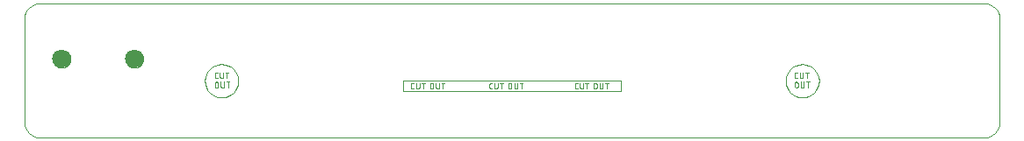
<source format=gbs>
G04 EAGLE Gerber RS-274X export*
G75*
%MOMM*%
%FSLAX34Y34*%
%LPD*%
%INSolder Mask bottom*%
%IPPOS*%
%AMOC8*
5,1,8,0,0,1.08239X$1,22.5*%
G01*
%ADD10C,0.001000*%
%ADD11C,0.050800*%
%ADD12C,0.000000*%
%ADD13C,1.801600*%


D10*
X23631Y143928D02*
X933481Y143928D01*
X936509Y143620D01*
X939335Y142739D01*
X941895Y141345D01*
X944128Y139500D01*
X945973Y137267D01*
X947367Y134707D01*
X948248Y131881D01*
X948556Y128853D01*
X948556Y29003D01*
X948248Y25975D01*
X947367Y23149D01*
X945973Y20589D01*
X944128Y18356D01*
X941895Y16511D01*
X939335Y15117D01*
X936509Y14236D01*
X933481Y13928D01*
X23631Y13928D01*
X20603Y14236D01*
X17777Y15117D01*
X15217Y16511D01*
X12984Y18356D01*
X11139Y20589D01*
X9745Y23149D01*
X8864Y25975D01*
X8556Y29003D01*
X8556Y128853D01*
X8864Y131881D01*
X9745Y134707D01*
X11139Y137267D01*
X12984Y139500D01*
X15217Y141345D01*
X17777Y142739D01*
X20603Y143620D01*
X23631Y143928D01*
X758556Y84978D02*
X761791Y84652D01*
X764803Y83717D01*
X767530Y82237D01*
X769905Y80277D01*
X771865Y77902D01*
X773345Y75175D01*
X774280Y72163D01*
X774606Y68928D01*
X774280Y65693D01*
X773345Y62681D01*
X771865Y59954D01*
X769905Y57579D01*
X767530Y55619D01*
X764803Y54139D01*
X761791Y53204D01*
X758556Y52878D01*
X755321Y53204D01*
X752309Y54139D01*
X749582Y55619D01*
X747207Y57579D01*
X745247Y59954D01*
X743767Y62681D01*
X742832Y65693D01*
X742506Y68928D01*
X742832Y72163D01*
X743767Y75175D01*
X745247Y77902D01*
X747207Y80277D01*
X749582Y82237D01*
X752309Y83717D01*
X755321Y84652D01*
X758556Y84978D01*
X201791Y84652D02*
X198556Y84978D01*
X201791Y84652D02*
X204803Y83717D01*
X207530Y82237D01*
X209905Y80277D01*
X211865Y77902D01*
X213345Y75175D01*
X214280Y72163D01*
X214606Y68928D01*
X214280Y65693D01*
X213345Y62681D01*
X211865Y59954D01*
X209905Y57579D01*
X207530Y55619D01*
X204803Y54139D01*
X201791Y53204D01*
X198556Y52878D01*
X195321Y53204D01*
X192309Y54139D01*
X189582Y55619D01*
X187207Y57579D01*
X185247Y59954D01*
X183767Y62681D01*
X182832Y65693D01*
X182506Y68928D01*
X182832Y72163D01*
X183767Y75175D01*
X185247Y77902D01*
X187207Y80277D01*
X189582Y82237D01*
X192309Y83717D01*
X195321Y84652D01*
X198556Y84978D01*
X373556Y58928D02*
X583556Y58928D01*
X583556Y68928D01*
X373556Y68928D01*
X373556Y58928D01*
X755425Y84670D02*
X758556Y84978D01*
X755425Y84670D02*
X752414Y83756D01*
X749639Y82273D01*
X747207Y80277D01*
X745211Y77845D01*
X743728Y75070D01*
X742814Y72059D01*
X742506Y68928D01*
X742814Y65797D01*
X743728Y62786D01*
X745211Y60011D01*
X747207Y57579D01*
X749639Y55583D01*
X752414Y54100D01*
X755425Y53186D01*
X758556Y52878D01*
X761687Y53186D01*
X764698Y54100D01*
X767473Y55583D01*
X769905Y57579D01*
X771901Y60011D01*
X773384Y62786D01*
X774298Y65797D01*
X774606Y68928D01*
X774298Y72059D01*
X773384Y75070D01*
X771901Y77845D01*
X769905Y80277D01*
X767473Y82273D01*
X764698Y83756D01*
X761687Y84670D01*
X758556Y84978D01*
X198556Y84978D02*
X195425Y84670D01*
X192414Y83756D01*
X189639Y82273D01*
X187207Y80277D01*
X185211Y77845D01*
X183728Y75070D01*
X182814Y72059D01*
X182506Y68928D01*
X182814Y65797D01*
X183728Y62786D01*
X185211Y60011D01*
X187207Y57579D01*
X189639Y55583D01*
X192414Y54100D01*
X195425Y53186D01*
X198556Y52878D01*
X201687Y53186D01*
X204698Y54100D01*
X207473Y55583D01*
X209905Y57579D01*
X211901Y60011D01*
X213384Y62786D01*
X214298Y65797D01*
X214606Y68928D01*
X214298Y72059D01*
X213384Y75070D01*
X211901Y77845D01*
X209905Y80277D01*
X207473Y82273D01*
X204698Y83756D01*
X201687Y84670D01*
X198556Y84978D01*
D11*
X194738Y71398D02*
X193496Y71398D01*
X193426Y71400D01*
X193357Y71406D01*
X193288Y71416D01*
X193220Y71429D01*
X193152Y71447D01*
X193086Y71468D01*
X193021Y71493D01*
X192957Y71521D01*
X192895Y71553D01*
X192835Y71588D01*
X192777Y71627D01*
X192722Y71669D01*
X192668Y71714D01*
X192618Y71762D01*
X192570Y71812D01*
X192525Y71866D01*
X192483Y71921D01*
X192444Y71979D01*
X192409Y72039D01*
X192377Y72101D01*
X192349Y72165D01*
X192324Y72230D01*
X192303Y72296D01*
X192285Y72364D01*
X192272Y72432D01*
X192262Y72501D01*
X192256Y72570D01*
X192254Y72640D01*
X192254Y75744D01*
X192256Y75814D01*
X192262Y75883D01*
X192272Y75952D01*
X192285Y76020D01*
X192303Y76088D01*
X192324Y76154D01*
X192349Y76219D01*
X192377Y76283D01*
X192409Y76345D01*
X192444Y76405D01*
X192483Y76463D01*
X192525Y76518D01*
X192570Y76572D01*
X192618Y76622D01*
X192668Y76670D01*
X192722Y76715D01*
X192777Y76757D01*
X192835Y76796D01*
X192895Y76831D01*
X192957Y76863D01*
X193021Y76891D01*
X193086Y76916D01*
X193152Y76937D01*
X193220Y76955D01*
X193288Y76968D01*
X193357Y76978D01*
X193426Y76984D01*
X193496Y76986D01*
X194738Y76986D01*
X197025Y76986D02*
X197025Y72950D01*
X197027Y72873D01*
X197033Y72795D01*
X197042Y72719D01*
X197056Y72642D01*
X197073Y72567D01*
X197094Y72493D01*
X197119Y72419D01*
X197147Y72347D01*
X197179Y72277D01*
X197214Y72208D01*
X197253Y72141D01*
X197295Y72076D01*
X197340Y72013D01*
X197388Y71952D01*
X197439Y71894D01*
X197493Y71839D01*
X197550Y71786D01*
X197609Y71737D01*
X197671Y71690D01*
X197735Y71646D01*
X197801Y71606D01*
X197869Y71569D01*
X197939Y71535D01*
X198010Y71505D01*
X198083Y71479D01*
X198157Y71456D01*
X198232Y71437D01*
X198307Y71422D01*
X198384Y71410D01*
X198461Y71402D01*
X198538Y71398D01*
X198616Y71398D01*
X198693Y71402D01*
X198770Y71410D01*
X198847Y71422D01*
X198922Y71437D01*
X198997Y71456D01*
X199071Y71479D01*
X199144Y71505D01*
X199215Y71535D01*
X199285Y71569D01*
X199353Y71606D01*
X199419Y71646D01*
X199483Y71690D01*
X199545Y71737D01*
X199604Y71786D01*
X199661Y71839D01*
X199715Y71894D01*
X199766Y71952D01*
X199814Y72013D01*
X199859Y72076D01*
X199901Y72141D01*
X199940Y72208D01*
X199975Y72277D01*
X200007Y72347D01*
X200035Y72419D01*
X200060Y72493D01*
X200081Y72567D01*
X200098Y72642D01*
X200112Y72719D01*
X200121Y72795D01*
X200127Y72873D01*
X200129Y72950D01*
X200130Y72950D02*
X200130Y76986D01*
X203881Y76986D02*
X203881Y71398D01*
X202329Y76986D02*
X205433Y76986D01*
X192254Y66290D02*
X192254Y63806D01*
X192254Y66290D02*
X192256Y66367D01*
X192262Y66445D01*
X192271Y66521D01*
X192285Y66598D01*
X192302Y66673D01*
X192323Y66747D01*
X192348Y66821D01*
X192376Y66893D01*
X192408Y66963D01*
X192443Y67032D01*
X192482Y67099D01*
X192524Y67164D01*
X192569Y67227D01*
X192617Y67288D01*
X192668Y67346D01*
X192722Y67401D01*
X192779Y67454D01*
X192838Y67503D01*
X192900Y67550D01*
X192964Y67594D01*
X193030Y67634D01*
X193098Y67671D01*
X193168Y67705D01*
X193239Y67735D01*
X193312Y67761D01*
X193386Y67784D01*
X193461Y67803D01*
X193536Y67818D01*
X193613Y67830D01*
X193690Y67838D01*
X193767Y67842D01*
X193845Y67842D01*
X193922Y67838D01*
X193999Y67830D01*
X194076Y67818D01*
X194151Y67803D01*
X194226Y67784D01*
X194300Y67761D01*
X194373Y67735D01*
X194444Y67705D01*
X194514Y67671D01*
X194582Y67634D01*
X194648Y67594D01*
X194712Y67550D01*
X194774Y67503D01*
X194833Y67454D01*
X194890Y67401D01*
X194944Y67346D01*
X194995Y67288D01*
X195043Y67227D01*
X195088Y67164D01*
X195130Y67099D01*
X195169Y67032D01*
X195204Y66963D01*
X195236Y66893D01*
X195264Y66821D01*
X195289Y66747D01*
X195310Y66673D01*
X195327Y66598D01*
X195341Y66521D01*
X195350Y66445D01*
X195356Y66367D01*
X195358Y66290D01*
X195358Y63806D01*
X195356Y63729D01*
X195350Y63651D01*
X195341Y63575D01*
X195327Y63498D01*
X195310Y63423D01*
X195289Y63349D01*
X195264Y63275D01*
X195236Y63203D01*
X195204Y63133D01*
X195169Y63064D01*
X195130Y62997D01*
X195088Y62932D01*
X195043Y62869D01*
X194995Y62808D01*
X194944Y62750D01*
X194890Y62695D01*
X194833Y62642D01*
X194774Y62593D01*
X194712Y62546D01*
X194648Y62502D01*
X194582Y62462D01*
X194514Y62425D01*
X194444Y62391D01*
X194373Y62361D01*
X194300Y62335D01*
X194226Y62312D01*
X194151Y62293D01*
X194076Y62278D01*
X193999Y62266D01*
X193922Y62258D01*
X193845Y62254D01*
X193767Y62254D01*
X193690Y62258D01*
X193613Y62266D01*
X193536Y62278D01*
X193461Y62293D01*
X193386Y62312D01*
X193312Y62335D01*
X193239Y62361D01*
X193168Y62391D01*
X193098Y62425D01*
X193030Y62462D01*
X192964Y62502D01*
X192900Y62546D01*
X192838Y62593D01*
X192779Y62642D01*
X192722Y62695D01*
X192668Y62750D01*
X192617Y62808D01*
X192569Y62869D01*
X192524Y62932D01*
X192482Y62997D01*
X192443Y63064D01*
X192408Y63133D01*
X192376Y63203D01*
X192348Y63275D01*
X192323Y63349D01*
X192302Y63423D01*
X192285Y63498D01*
X192271Y63575D01*
X192262Y63651D01*
X192256Y63729D01*
X192254Y63806D01*
X197923Y63806D02*
X197923Y67842D01*
X197923Y63806D02*
X197925Y63729D01*
X197931Y63651D01*
X197940Y63575D01*
X197954Y63498D01*
X197971Y63423D01*
X197992Y63349D01*
X198017Y63275D01*
X198045Y63203D01*
X198077Y63133D01*
X198112Y63064D01*
X198151Y62997D01*
X198193Y62932D01*
X198238Y62869D01*
X198286Y62808D01*
X198337Y62750D01*
X198391Y62695D01*
X198448Y62642D01*
X198507Y62593D01*
X198569Y62546D01*
X198633Y62502D01*
X198699Y62462D01*
X198767Y62425D01*
X198837Y62391D01*
X198908Y62361D01*
X198981Y62335D01*
X199055Y62312D01*
X199130Y62293D01*
X199205Y62278D01*
X199282Y62266D01*
X199359Y62258D01*
X199436Y62254D01*
X199514Y62254D01*
X199591Y62258D01*
X199668Y62266D01*
X199745Y62278D01*
X199820Y62293D01*
X199895Y62312D01*
X199969Y62335D01*
X200042Y62361D01*
X200113Y62391D01*
X200183Y62425D01*
X200251Y62462D01*
X200317Y62502D01*
X200381Y62546D01*
X200443Y62593D01*
X200502Y62642D01*
X200559Y62695D01*
X200613Y62750D01*
X200664Y62808D01*
X200712Y62869D01*
X200757Y62932D01*
X200799Y62997D01*
X200838Y63064D01*
X200873Y63133D01*
X200905Y63203D01*
X200933Y63275D01*
X200958Y63349D01*
X200979Y63423D01*
X200996Y63498D01*
X201010Y63575D01*
X201019Y63651D01*
X201025Y63729D01*
X201027Y63806D01*
X201028Y63806D02*
X201028Y67842D01*
X204779Y67842D02*
X204779Y62254D01*
X203227Y67842D02*
X206331Y67842D01*
X752496Y71398D02*
X753738Y71398D01*
X752496Y71398D02*
X752426Y71400D01*
X752357Y71406D01*
X752288Y71416D01*
X752220Y71429D01*
X752152Y71447D01*
X752086Y71468D01*
X752021Y71493D01*
X751957Y71521D01*
X751895Y71553D01*
X751835Y71588D01*
X751777Y71627D01*
X751722Y71669D01*
X751668Y71714D01*
X751618Y71762D01*
X751570Y71812D01*
X751525Y71866D01*
X751483Y71921D01*
X751444Y71979D01*
X751409Y72039D01*
X751377Y72101D01*
X751349Y72165D01*
X751324Y72230D01*
X751303Y72296D01*
X751285Y72364D01*
X751272Y72432D01*
X751262Y72501D01*
X751256Y72570D01*
X751254Y72640D01*
X751254Y75744D01*
X751256Y75814D01*
X751262Y75883D01*
X751272Y75952D01*
X751285Y76020D01*
X751303Y76088D01*
X751324Y76154D01*
X751349Y76219D01*
X751377Y76283D01*
X751409Y76345D01*
X751444Y76405D01*
X751483Y76463D01*
X751525Y76518D01*
X751570Y76572D01*
X751618Y76622D01*
X751668Y76670D01*
X751722Y76715D01*
X751777Y76757D01*
X751835Y76796D01*
X751895Y76831D01*
X751957Y76863D01*
X752021Y76891D01*
X752086Y76916D01*
X752152Y76937D01*
X752220Y76955D01*
X752288Y76968D01*
X752357Y76978D01*
X752426Y76984D01*
X752496Y76986D01*
X753738Y76986D01*
X756025Y76986D02*
X756025Y72950D01*
X756027Y72873D01*
X756033Y72795D01*
X756042Y72719D01*
X756056Y72642D01*
X756073Y72567D01*
X756094Y72493D01*
X756119Y72419D01*
X756147Y72347D01*
X756179Y72277D01*
X756214Y72208D01*
X756253Y72141D01*
X756295Y72076D01*
X756340Y72013D01*
X756388Y71952D01*
X756439Y71894D01*
X756493Y71839D01*
X756550Y71786D01*
X756609Y71737D01*
X756671Y71690D01*
X756735Y71646D01*
X756801Y71606D01*
X756869Y71569D01*
X756939Y71535D01*
X757010Y71505D01*
X757083Y71479D01*
X757157Y71456D01*
X757232Y71437D01*
X757307Y71422D01*
X757384Y71410D01*
X757461Y71402D01*
X757538Y71398D01*
X757616Y71398D01*
X757693Y71402D01*
X757770Y71410D01*
X757847Y71422D01*
X757922Y71437D01*
X757997Y71456D01*
X758071Y71479D01*
X758144Y71505D01*
X758215Y71535D01*
X758285Y71569D01*
X758353Y71606D01*
X758419Y71646D01*
X758483Y71690D01*
X758545Y71737D01*
X758604Y71786D01*
X758661Y71839D01*
X758715Y71894D01*
X758766Y71952D01*
X758814Y72013D01*
X758859Y72076D01*
X758901Y72141D01*
X758940Y72208D01*
X758975Y72277D01*
X759007Y72347D01*
X759035Y72419D01*
X759060Y72493D01*
X759081Y72567D01*
X759098Y72642D01*
X759112Y72719D01*
X759121Y72795D01*
X759127Y72873D01*
X759129Y72950D01*
X759130Y72950D02*
X759130Y76986D01*
X762881Y76986D02*
X762881Y71398D01*
X761329Y76986D02*
X764433Y76986D01*
X751254Y66290D02*
X751254Y63806D01*
X751254Y66290D02*
X751256Y66367D01*
X751262Y66445D01*
X751271Y66521D01*
X751285Y66598D01*
X751302Y66673D01*
X751323Y66747D01*
X751348Y66821D01*
X751376Y66893D01*
X751408Y66963D01*
X751443Y67032D01*
X751482Y67099D01*
X751524Y67164D01*
X751569Y67227D01*
X751617Y67288D01*
X751668Y67346D01*
X751722Y67401D01*
X751779Y67454D01*
X751838Y67503D01*
X751900Y67550D01*
X751964Y67594D01*
X752030Y67634D01*
X752098Y67671D01*
X752168Y67705D01*
X752239Y67735D01*
X752312Y67761D01*
X752386Y67784D01*
X752461Y67803D01*
X752536Y67818D01*
X752613Y67830D01*
X752690Y67838D01*
X752767Y67842D01*
X752845Y67842D01*
X752922Y67838D01*
X752999Y67830D01*
X753076Y67818D01*
X753151Y67803D01*
X753226Y67784D01*
X753300Y67761D01*
X753373Y67735D01*
X753444Y67705D01*
X753514Y67671D01*
X753582Y67634D01*
X753648Y67594D01*
X753712Y67550D01*
X753774Y67503D01*
X753833Y67454D01*
X753890Y67401D01*
X753944Y67346D01*
X753995Y67288D01*
X754043Y67227D01*
X754088Y67164D01*
X754130Y67099D01*
X754169Y67032D01*
X754204Y66963D01*
X754236Y66893D01*
X754264Y66821D01*
X754289Y66747D01*
X754310Y66673D01*
X754327Y66598D01*
X754341Y66521D01*
X754350Y66445D01*
X754356Y66367D01*
X754358Y66290D01*
X754358Y63806D01*
X754356Y63729D01*
X754350Y63651D01*
X754341Y63575D01*
X754327Y63498D01*
X754310Y63423D01*
X754289Y63349D01*
X754264Y63275D01*
X754236Y63203D01*
X754204Y63133D01*
X754169Y63064D01*
X754130Y62997D01*
X754088Y62932D01*
X754043Y62869D01*
X753995Y62808D01*
X753944Y62750D01*
X753890Y62695D01*
X753833Y62642D01*
X753774Y62593D01*
X753712Y62546D01*
X753648Y62502D01*
X753582Y62462D01*
X753514Y62425D01*
X753444Y62391D01*
X753373Y62361D01*
X753300Y62335D01*
X753226Y62312D01*
X753151Y62293D01*
X753076Y62278D01*
X752999Y62266D01*
X752922Y62258D01*
X752845Y62254D01*
X752767Y62254D01*
X752690Y62258D01*
X752613Y62266D01*
X752536Y62278D01*
X752461Y62293D01*
X752386Y62312D01*
X752312Y62335D01*
X752239Y62361D01*
X752168Y62391D01*
X752098Y62425D01*
X752030Y62462D01*
X751964Y62502D01*
X751900Y62546D01*
X751838Y62593D01*
X751779Y62642D01*
X751722Y62695D01*
X751668Y62750D01*
X751617Y62808D01*
X751569Y62869D01*
X751524Y62932D01*
X751482Y62997D01*
X751443Y63064D01*
X751408Y63133D01*
X751376Y63203D01*
X751348Y63275D01*
X751323Y63349D01*
X751302Y63423D01*
X751285Y63498D01*
X751271Y63575D01*
X751262Y63651D01*
X751256Y63729D01*
X751254Y63806D01*
X756923Y63806D02*
X756923Y67842D01*
X756923Y63806D02*
X756925Y63729D01*
X756931Y63651D01*
X756940Y63575D01*
X756954Y63498D01*
X756971Y63423D01*
X756992Y63349D01*
X757017Y63275D01*
X757045Y63203D01*
X757077Y63133D01*
X757112Y63064D01*
X757151Y62997D01*
X757193Y62932D01*
X757238Y62869D01*
X757286Y62808D01*
X757337Y62750D01*
X757391Y62695D01*
X757448Y62642D01*
X757507Y62593D01*
X757569Y62546D01*
X757633Y62502D01*
X757699Y62462D01*
X757767Y62425D01*
X757837Y62391D01*
X757908Y62361D01*
X757981Y62335D01*
X758055Y62312D01*
X758130Y62293D01*
X758205Y62278D01*
X758282Y62266D01*
X758359Y62258D01*
X758436Y62254D01*
X758514Y62254D01*
X758591Y62258D01*
X758668Y62266D01*
X758745Y62278D01*
X758820Y62293D01*
X758895Y62312D01*
X758969Y62335D01*
X759042Y62361D01*
X759113Y62391D01*
X759183Y62425D01*
X759251Y62462D01*
X759317Y62502D01*
X759381Y62546D01*
X759443Y62593D01*
X759502Y62642D01*
X759559Y62695D01*
X759613Y62750D01*
X759664Y62808D01*
X759712Y62869D01*
X759757Y62932D01*
X759799Y62997D01*
X759838Y63064D01*
X759873Y63133D01*
X759905Y63203D01*
X759933Y63275D01*
X759958Y63349D01*
X759979Y63423D01*
X759996Y63498D01*
X760010Y63575D01*
X760019Y63651D01*
X760025Y63729D01*
X760027Y63806D01*
X760028Y63806D02*
X760028Y67842D01*
X763779Y67842D02*
X763779Y62254D01*
X762227Y67842D02*
X765331Y67842D01*
X383965Y61278D02*
X382724Y61278D01*
X382724Y61277D02*
X382654Y61279D01*
X382585Y61285D01*
X382516Y61295D01*
X382448Y61308D01*
X382380Y61326D01*
X382314Y61347D01*
X382249Y61372D01*
X382185Y61400D01*
X382123Y61432D01*
X382063Y61467D01*
X382005Y61506D01*
X381950Y61548D01*
X381896Y61593D01*
X381846Y61641D01*
X381798Y61691D01*
X381753Y61745D01*
X381711Y61800D01*
X381672Y61858D01*
X381637Y61918D01*
X381605Y61980D01*
X381577Y62044D01*
X381552Y62109D01*
X381531Y62175D01*
X381513Y62243D01*
X381500Y62311D01*
X381490Y62380D01*
X381484Y62449D01*
X381482Y62519D01*
X381482Y65624D01*
X381484Y65694D01*
X381490Y65763D01*
X381500Y65832D01*
X381513Y65900D01*
X381531Y65968D01*
X381552Y66034D01*
X381577Y66099D01*
X381605Y66163D01*
X381637Y66225D01*
X381672Y66285D01*
X381711Y66343D01*
X381753Y66398D01*
X381798Y66452D01*
X381846Y66502D01*
X381896Y66550D01*
X381950Y66595D01*
X382005Y66637D01*
X382063Y66676D01*
X382123Y66711D01*
X382185Y66743D01*
X382249Y66771D01*
X382314Y66796D01*
X382380Y66817D01*
X382448Y66835D01*
X382516Y66848D01*
X382585Y66858D01*
X382654Y66864D01*
X382724Y66866D01*
X383965Y66866D01*
X386253Y66866D02*
X386253Y62830D01*
X386255Y62753D01*
X386261Y62675D01*
X386270Y62599D01*
X386284Y62522D01*
X386301Y62447D01*
X386322Y62373D01*
X386347Y62299D01*
X386375Y62227D01*
X386407Y62157D01*
X386442Y62088D01*
X386481Y62021D01*
X386523Y61956D01*
X386568Y61893D01*
X386616Y61832D01*
X386667Y61774D01*
X386721Y61719D01*
X386778Y61666D01*
X386837Y61617D01*
X386899Y61570D01*
X386963Y61526D01*
X387029Y61486D01*
X387097Y61449D01*
X387167Y61415D01*
X387238Y61385D01*
X387311Y61359D01*
X387385Y61336D01*
X387460Y61317D01*
X387535Y61302D01*
X387612Y61290D01*
X387689Y61282D01*
X387766Y61278D01*
X387844Y61278D01*
X387921Y61282D01*
X387998Y61290D01*
X388075Y61302D01*
X388150Y61317D01*
X388225Y61336D01*
X388299Y61359D01*
X388372Y61385D01*
X388443Y61415D01*
X388513Y61449D01*
X388581Y61486D01*
X388647Y61526D01*
X388711Y61570D01*
X388773Y61617D01*
X388832Y61666D01*
X388889Y61719D01*
X388943Y61774D01*
X388994Y61832D01*
X389042Y61893D01*
X389087Y61956D01*
X389129Y62021D01*
X389168Y62088D01*
X389203Y62157D01*
X389235Y62227D01*
X389263Y62299D01*
X389288Y62373D01*
X389309Y62447D01*
X389326Y62522D01*
X389340Y62599D01*
X389349Y62675D01*
X389355Y62753D01*
X389357Y62830D01*
X389357Y66866D01*
X393109Y66866D02*
X393109Y61278D01*
X391556Y66866D02*
X394661Y66866D01*
X399603Y65313D02*
X399603Y62830D01*
X399603Y65313D02*
X399605Y65390D01*
X399611Y65468D01*
X399620Y65544D01*
X399634Y65621D01*
X399651Y65696D01*
X399672Y65770D01*
X399697Y65844D01*
X399725Y65916D01*
X399757Y65986D01*
X399792Y66055D01*
X399831Y66122D01*
X399873Y66187D01*
X399918Y66250D01*
X399966Y66311D01*
X400017Y66369D01*
X400071Y66424D01*
X400128Y66477D01*
X400187Y66526D01*
X400249Y66573D01*
X400313Y66617D01*
X400379Y66657D01*
X400447Y66694D01*
X400517Y66728D01*
X400588Y66758D01*
X400661Y66784D01*
X400735Y66807D01*
X400810Y66826D01*
X400885Y66841D01*
X400962Y66853D01*
X401039Y66861D01*
X401116Y66865D01*
X401194Y66865D01*
X401271Y66861D01*
X401348Y66853D01*
X401425Y66841D01*
X401500Y66826D01*
X401575Y66807D01*
X401649Y66784D01*
X401722Y66758D01*
X401793Y66728D01*
X401863Y66694D01*
X401931Y66657D01*
X401997Y66617D01*
X402061Y66573D01*
X402123Y66526D01*
X402182Y66477D01*
X402239Y66424D01*
X402293Y66369D01*
X402344Y66311D01*
X402392Y66250D01*
X402437Y66187D01*
X402479Y66122D01*
X402518Y66055D01*
X402553Y65986D01*
X402585Y65916D01*
X402613Y65844D01*
X402638Y65770D01*
X402659Y65696D01*
X402676Y65621D01*
X402690Y65544D01*
X402699Y65468D01*
X402705Y65390D01*
X402707Y65313D01*
X402707Y62830D01*
X402705Y62753D01*
X402699Y62675D01*
X402690Y62599D01*
X402676Y62522D01*
X402659Y62447D01*
X402638Y62373D01*
X402613Y62299D01*
X402585Y62227D01*
X402553Y62157D01*
X402518Y62088D01*
X402479Y62021D01*
X402437Y61956D01*
X402392Y61893D01*
X402344Y61832D01*
X402293Y61774D01*
X402239Y61719D01*
X402182Y61666D01*
X402123Y61617D01*
X402061Y61570D01*
X401997Y61526D01*
X401931Y61486D01*
X401863Y61449D01*
X401793Y61415D01*
X401722Y61385D01*
X401649Y61359D01*
X401575Y61336D01*
X401500Y61317D01*
X401425Y61302D01*
X401348Y61290D01*
X401271Y61282D01*
X401194Y61278D01*
X401116Y61278D01*
X401039Y61282D01*
X400962Y61290D01*
X400885Y61302D01*
X400810Y61317D01*
X400735Y61336D01*
X400661Y61359D01*
X400588Y61385D01*
X400517Y61415D01*
X400447Y61449D01*
X400379Y61486D01*
X400313Y61526D01*
X400249Y61570D01*
X400187Y61617D01*
X400128Y61666D01*
X400071Y61719D01*
X400017Y61774D01*
X399966Y61832D01*
X399918Y61893D01*
X399873Y61956D01*
X399831Y62021D01*
X399792Y62088D01*
X399757Y62157D01*
X399725Y62227D01*
X399697Y62299D01*
X399672Y62373D01*
X399651Y62447D01*
X399634Y62522D01*
X399620Y62599D01*
X399611Y62675D01*
X399605Y62753D01*
X399603Y62830D01*
X405272Y62830D02*
X405272Y66866D01*
X405273Y62830D02*
X405275Y62753D01*
X405281Y62675D01*
X405290Y62599D01*
X405304Y62522D01*
X405321Y62447D01*
X405342Y62373D01*
X405367Y62299D01*
X405395Y62227D01*
X405427Y62157D01*
X405462Y62088D01*
X405501Y62021D01*
X405543Y61956D01*
X405588Y61893D01*
X405636Y61832D01*
X405687Y61774D01*
X405741Y61719D01*
X405798Y61666D01*
X405857Y61617D01*
X405919Y61570D01*
X405983Y61526D01*
X406049Y61486D01*
X406117Y61449D01*
X406187Y61415D01*
X406258Y61385D01*
X406331Y61359D01*
X406405Y61336D01*
X406480Y61317D01*
X406555Y61302D01*
X406632Y61290D01*
X406709Y61282D01*
X406786Y61278D01*
X406864Y61278D01*
X406941Y61282D01*
X407018Y61290D01*
X407095Y61302D01*
X407170Y61317D01*
X407245Y61336D01*
X407319Y61359D01*
X407392Y61385D01*
X407463Y61415D01*
X407533Y61449D01*
X407601Y61486D01*
X407667Y61526D01*
X407731Y61570D01*
X407793Y61617D01*
X407852Y61666D01*
X407909Y61719D01*
X407963Y61774D01*
X408014Y61832D01*
X408062Y61893D01*
X408107Y61956D01*
X408149Y62021D01*
X408188Y62088D01*
X408223Y62157D01*
X408255Y62227D01*
X408283Y62299D01*
X408308Y62373D01*
X408329Y62447D01*
X408346Y62522D01*
X408360Y62599D01*
X408369Y62675D01*
X408375Y62753D01*
X408377Y62830D01*
X408377Y66866D01*
X412128Y66866D02*
X412128Y61278D01*
X410576Y66866D02*
X413680Y66866D01*
X540496Y61254D02*
X541738Y61254D01*
X540496Y61254D02*
X540426Y61256D01*
X540357Y61262D01*
X540288Y61272D01*
X540220Y61285D01*
X540152Y61303D01*
X540086Y61324D01*
X540021Y61349D01*
X539957Y61377D01*
X539895Y61409D01*
X539835Y61444D01*
X539777Y61483D01*
X539722Y61525D01*
X539668Y61570D01*
X539618Y61618D01*
X539570Y61668D01*
X539525Y61722D01*
X539483Y61777D01*
X539444Y61835D01*
X539409Y61895D01*
X539377Y61957D01*
X539349Y62021D01*
X539324Y62086D01*
X539303Y62152D01*
X539285Y62220D01*
X539272Y62288D01*
X539262Y62357D01*
X539256Y62426D01*
X539254Y62496D01*
X539254Y65600D01*
X539256Y65670D01*
X539262Y65739D01*
X539272Y65808D01*
X539285Y65876D01*
X539303Y65944D01*
X539324Y66010D01*
X539349Y66075D01*
X539377Y66139D01*
X539409Y66201D01*
X539444Y66261D01*
X539483Y66319D01*
X539525Y66374D01*
X539570Y66428D01*
X539618Y66478D01*
X539668Y66526D01*
X539722Y66571D01*
X539777Y66613D01*
X539835Y66652D01*
X539895Y66687D01*
X539957Y66719D01*
X540021Y66747D01*
X540086Y66772D01*
X540152Y66793D01*
X540220Y66811D01*
X540288Y66824D01*
X540357Y66834D01*
X540426Y66840D01*
X540496Y66842D01*
X541738Y66842D01*
X544025Y66842D02*
X544025Y62806D01*
X544027Y62729D01*
X544033Y62651D01*
X544042Y62575D01*
X544056Y62498D01*
X544073Y62423D01*
X544094Y62349D01*
X544119Y62275D01*
X544147Y62203D01*
X544179Y62133D01*
X544214Y62064D01*
X544253Y61997D01*
X544295Y61932D01*
X544340Y61869D01*
X544388Y61808D01*
X544439Y61750D01*
X544493Y61695D01*
X544550Y61642D01*
X544609Y61593D01*
X544671Y61546D01*
X544735Y61502D01*
X544801Y61462D01*
X544869Y61425D01*
X544939Y61391D01*
X545010Y61361D01*
X545083Y61335D01*
X545157Y61312D01*
X545232Y61293D01*
X545307Y61278D01*
X545384Y61266D01*
X545461Y61258D01*
X545538Y61254D01*
X545616Y61254D01*
X545693Y61258D01*
X545770Y61266D01*
X545847Y61278D01*
X545922Y61293D01*
X545997Y61312D01*
X546071Y61335D01*
X546144Y61361D01*
X546215Y61391D01*
X546285Y61425D01*
X546353Y61462D01*
X546419Y61502D01*
X546483Y61546D01*
X546545Y61593D01*
X546604Y61642D01*
X546661Y61695D01*
X546715Y61750D01*
X546766Y61808D01*
X546814Y61869D01*
X546859Y61932D01*
X546901Y61997D01*
X546940Y62064D01*
X546975Y62133D01*
X547007Y62203D01*
X547035Y62275D01*
X547060Y62349D01*
X547081Y62423D01*
X547098Y62498D01*
X547112Y62575D01*
X547121Y62651D01*
X547127Y62729D01*
X547129Y62806D01*
X547130Y62806D02*
X547130Y66842D01*
X550881Y66842D02*
X550881Y61254D01*
X549329Y66842D02*
X552433Y66842D01*
X557375Y65290D02*
X557375Y62806D01*
X557375Y65290D02*
X557377Y65367D01*
X557383Y65445D01*
X557392Y65521D01*
X557406Y65598D01*
X557423Y65673D01*
X557444Y65747D01*
X557469Y65821D01*
X557497Y65893D01*
X557529Y65963D01*
X557564Y66032D01*
X557603Y66099D01*
X557645Y66164D01*
X557690Y66227D01*
X557738Y66288D01*
X557789Y66346D01*
X557843Y66401D01*
X557900Y66454D01*
X557959Y66503D01*
X558021Y66550D01*
X558085Y66594D01*
X558151Y66634D01*
X558219Y66671D01*
X558289Y66705D01*
X558360Y66735D01*
X558433Y66761D01*
X558507Y66784D01*
X558582Y66803D01*
X558657Y66818D01*
X558734Y66830D01*
X558811Y66838D01*
X558888Y66842D01*
X558966Y66842D01*
X559043Y66838D01*
X559120Y66830D01*
X559197Y66818D01*
X559272Y66803D01*
X559347Y66784D01*
X559421Y66761D01*
X559494Y66735D01*
X559565Y66705D01*
X559635Y66671D01*
X559703Y66634D01*
X559769Y66594D01*
X559833Y66550D01*
X559895Y66503D01*
X559954Y66454D01*
X560011Y66401D01*
X560065Y66346D01*
X560116Y66288D01*
X560164Y66227D01*
X560209Y66164D01*
X560251Y66099D01*
X560290Y66032D01*
X560325Y65963D01*
X560357Y65893D01*
X560385Y65821D01*
X560410Y65747D01*
X560431Y65673D01*
X560448Y65598D01*
X560462Y65521D01*
X560471Y65445D01*
X560477Y65367D01*
X560479Y65290D01*
X560480Y65290D02*
X560480Y62806D01*
X560479Y62806D02*
X560477Y62729D01*
X560471Y62651D01*
X560462Y62575D01*
X560448Y62498D01*
X560431Y62423D01*
X560410Y62349D01*
X560385Y62275D01*
X560357Y62203D01*
X560325Y62133D01*
X560290Y62064D01*
X560251Y61997D01*
X560209Y61932D01*
X560164Y61869D01*
X560116Y61808D01*
X560065Y61750D01*
X560011Y61695D01*
X559954Y61642D01*
X559895Y61593D01*
X559833Y61546D01*
X559769Y61502D01*
X559703Y61462D01*
X559635Y61425D01*
X559565Y61391D01*
X559494Y61361D01*
X559421Y61335D01*
X559347Y61312D01*
X559272Y61293D01*
X559197Y61278D01*
X559120Y61266D01*
X559043Y61258D01*
X558966Y61254D01*
X558888Y61254D01*
X558811Y61258D01*
X558734Y61266D01*
X558657Y61278D01*
X558582Y61293D01*
X558507Y61312D01*
X558433Y61335D01*
X558360Y61361D01*
X558289Y61391D01*
X558219Y61425D01*
X558151Y61462D01*
X558085Y61502D01*
X558021Y61546D01*
X557959Y61593D01*
X557900Y61642D01*
X557843Y61695D01*
X557789Y61750D01*
X557738Y61808D01*
X557690Y61869D01*
X557645Y61932D01*
X557603Y61997D01*
X557564Y62064D01*
X557529Y62133D01*
X557497Y62203D01*
X557469Y62275D01*
X557444Y62349D01*
X557423Y62423D01*
X557406Y62498D01*
X557392Y62575D01*
X557383Y62651D01*
X557377Y62729D01*
X557375Y62806D01*
X563045Y62806D02*
X563045Y66842D01*
X563045Y62806D02*
X563047Y62729D01*
X563053Y62651D01*
X563062Y62575D01*
X563076Y62498D01*
X563093Y62423D01*
X563114Y62349D01*
X563139Y62275D01*
X563167Y62203D01*
X563199Y62133D01*
X563234Y62064D01*
X563273Y61997D01*
X563315Y61932D01*
X563360Y61869D01*
X563408Y61808D01*
X563459Y61750D01*
X563513Y61695D01*
X563570Y61642D01*
X563629Y61593D01*
X563691Y61546D01*
X563755Y61502D01*
X563821Y61462D01*
X563889Y61425D01*
X563959Y61391D01*
X564030Y61361D01*
X564103Y61335D01*
X564177Y61312D01*
X564252Y61293D01*
X564327Y61278D01*
X564404Y61266D01*
X564481Y61258D01*
X564558Y61254D01*
X564636Y61254D01*
X564713Y61258D01*
X564790Y61266D01*
X564867Y61278D01*
X564942Y61293D01*
X565017Y61312D01*
X565091Y61335D01*
X565164Y61361D01*
X565235Y61391D01*
X565305Y61425D01*
X565373Y61462D01*
X565439Y61502D01*
X565503Y61546D01*
X565565Y61593D01*
X565624Y61642D01*
X565681Y61695D01*
X565735Y61750D01*
X565786Y61808D01*
X565834Y61869D01*
X565879Y61932D01*
X565921Y61997D01*
X565960Y62064D01*
X565995Y62133D01*
X566027Y62203D01*
X566055Y62275D01*
X566080Y62349D01*
X566101Y62423D01*
X566118Y62498D01*
X566132Y62575D01*
X566141Y62651D01*
X566147Y62729D01*
X566149Y62806D01*
X566149Y66842D01*
X569900Y66842D02*
X569900Y61254D01*
X568348Y66842D02*
X571452Y66842D01*
X459463Y61142D02*
X458221Y61142D01*
X458151Y61144D01*
X458082Y61150D01*
X458013Y61160D01*
X457945Y61173D01*
X457877Y61191D01*
X457811Y61212D01*
X457746Y61237D01*
X457682Y61265D01*
X457620Y61297D01*
X457560Y61332D01*
X457502Y61371D01*
X457447Y61413D01*
X457393Y61458D01*
X457343Y61506D01*
X457295Y61556D01*
X457250Y61610D01*
X457208Y61665D01*
X457169Y61723D01*
X457134Y61783D01*
X457102Y61845D01*
X457074Y61909D01*
X457049Y61974D01*
X457028Y62040D01*
X457010Y62108D01*
X456997Y62176D01*
X456987Y62245D01*
X456981Y62314D01*
X456979Y62384D01*
X456979Y65488D01*
X456981Y65558D01*
X456987Y65627D01*
X456997Y65696D01*
X457010Y65764D01*
X457028Y65832D01*
X457049Y65898D01*
X457074Y65963D01*
X457102Y66027D01*
X457134Y66089D01*
X457169Y66149D01*
X457208Y66207D01*
X457250Y66262D01*
X457295Y66316D01*
X457343Y66366D01*
X457393Y66414D01*
X457447Y66459D01*
X457502Y66501D01*
X457560Y66540D01*
X457620Y66575D01*
X457682Y66607D01*
X457746Y66635D01*
X457811Y66660D01*
X457877Y66681D01*
X457945Y66699D01*
X458013Y66712D01*
X458082Y66722D01*
X458151Y66728D01*
X458221Y66730D01*
X459463Y66730D01*
X461750Y66730D02*
X461750Y62694D01*
X461751Y62694D02*
X461753Y62617D01*
X461759Y62539D01*
X461768Y62463D01*
X461782Y62386D01*
X461799Y62311D01*
X461820Y62237D01*
X461845Y62163D01*
X461873Y62091D01*
X461905Y62021D01*
X461940Y61952D01*
X461979Y61885D01*
X462021Y61820D01*
X462066Y61757D01*
X462114Y61696D01*
X462165Y61638D01*
X462219Y61583D01*
X462276Y61530D01*
X462335Y61481D01*
X462397Y61434D01*
X462461Y61390D01*
X462527Y61350D01*
X462595Y61313D01*
X462665Y61279D01*
X462736Y61249D01*
X462809Y61223D01*
X462883Y61200D01*
X462958Y61181D01*
X463033Y61166D01*
X463110Y61154D01*
X463187Y61146D01*
X463264Y61142D01*
X463342Y61142D01*
X463419Y61146D01*
X463496Y61154D01*
X463573Y61166D01*
X463648Y61181D01*
X463723Y61200D01*
X463797Y61223D01*
X463870Y61249D01*
X463941Y61279D01*
X464011Y61313D01*
X464079Y61350D01*
X464145Y61390D01*
X464209Y61434D01*
X464271Y61481D01*
X464330Y61530D01*
X464387Y61583D01*
X464441Y61638D01*
X464492Y61696D01*
X464540Y61757D01*
X464585Y61820D01*
X464627Y61885D01*
X464666Y61952D01*
X464701Y62021D01*
X464733Y62091D01*
X464761Y62163D01*
X464786Y62237D01*
X464807Y62311D01*
X464824Y62386D01*
X464838Y62463D01*
X464847Y62539D01*
X464853Y62617D01*
X464855Y62694D01*
X464855Y66730D01*
X468606Y66730D02*
X468606Y61142D01*
X467054Y66730D02*
X470158Y66730D01*
X475100Y65178D02*
X475100Y62694D01*
X475101Y65178D02*
X475103Y65255D01*
X475109Y65333D01*
X475118Y65409D01*
X475132Y65486D01*
X475149Y65561D01*
X475170Y65635D01*
X475195Y65709D01*
X475223Y65781D01*
X475255Y65851D01*
X475290Y65920D01*
X475329Y65987D01*
X475371Y66052D01*
X475416Y66115D01*
X475464Y66176D01*
X475515Y66234D01*
X475569Y66289D01*
X475626Y66342D01*
X475685Y66391D01*
X475747Y66438D01*
X475811Y66482D01*
X475877Y66522D01*
X475945Y66559D01*
X476015Y66593D01*
X476086Y66623D01*
X476159Y66649D01*
X476233Y66672D01*
X476308Y66691D01*
X476383Y66706D01*
X476460Y66718D01*
X476537Y66726D01*
X476614Y66730D01*
X476692Y66730D01*
X476769Y66726D01*
X476846Y66718D01*
X476923Y66706D01*
X476998Y66691D01*
X477073Y66672D01*
X477147Y66649D01*
X477220Y66623D01*
X477291Y66593D01*
X477361Y66559D01*
X477429Y66522D01*
X477495Y66482D01*
X477559Y66438D01*
X477621Y66391D01*
X477680Y66342D01*
X477737Y66289D01*
X477791Y66234D01*
X477842Y66176D01*
X477890Y66115D01*
X477935Y66052D01*
X477977Y65987D01*
X478016Y65920D01*
X478051Y65851D01*
X478083Y65781D01*
X478111Y65709D01*
X478136Y65635D01*
X478157Y65561D01*
X478174Y65486D01*
X478188Y65409D01*
X478197Y65333D01*
X478203Y65255D01*
X478205Y65178D01*
X478205Y62694D01*
X478203Y62617D01*
X478197Y62539D01*
X478188Y62463D01*
X478174Y62386D01*
X478157Y62311D01*
X478136Y62237D01*
X478111Y62163D01*
X478083Y62091D01*
X478051Y62021D01*
X478016Y61952D01*
X477977Y61885D01*
X477935Y61820D01*
X477890Y61757D01*
X477842Y61696D01*
X477791Y61638D01*
X477737Y61583D01*
X477680Y61530D01*
X477621Y61481D01*
X477559Y61434D01*
X477495Y61390D01*
X477429Y61350D01*
X477361Y61313D01*
X477291Y61279D01*
X477220Y61249D01*
X477147Y61223D01*
X477073Y61200D01*
X476998Y61181D01*
X476923Y61166D01*
X476846Y61154D01*
X476769Y61146D01*
X476692Y61142D01*
X476614Y61142D01*
X476537Y61146D01*
X476460Y61154D01*
X476383Y61166D01*
X476308Y61181D01*
X476233Y61200D01*
X476159Y61223D01*
X476086Y61249D01*
X476015Y61279D01*
X475945Y61313D01*
X475877Y61350D01*
X475811Y61390D01*
X475747Y61434D01*
X475685Y61481D01*
X475626Y61530D01*
X475569Y61583D01*
X475515Y61638D01*
X475464Y61696D01*
X475416Y61757D01*
X475371Y61820D01*
X475329Y61885D01*
X475290Y61952D01*
X475255Y62021D01*
X475223Y62091D01*
X475195Y62163D01*
X475170Y62237D01*
X475149Y62311D01*
X475132Y62386D01*
X475118Y62463D01*
X475109Y62539D01*
X475103Y62617D01*
X475101Y62694D01*
X480770Y62694D02*
X480770Y66730D01*
X480770Y62694D02*
X480772Y62617D01*
X480778Y62539D01*
X480787Y62463D01*
X480801Y62386D01*
X480818Y62311D01*
X480839Y62237D01*
X480864Y62163D01*
X480892Y62091D01*
X480924Y62021D01*
X480959Y61952D01*
X480998Y61885D01*
X481040Y61820D01*
X481085Y61757D01*
X481133Y61696D01*
X481184Y61638D01*
X481238Y61583D01*
X481295Y61530D01*
X481354Y61481D01*
X481416Y61434D01*
X481480Y61390D01*
X481546Y61350D01*
X481614Y61313D01*
X481684Y61279D01*
X481755Y61249D01*
X481828Y61223D01*
X481902Y61200D01*
X481977Y61181D01*
X482052Y61166D01*
X482129Y61154D01*
X482206Y61146D01*
X482283Y61142D01*
X482361Y61142D01*
X482438Y61146D01*
X482515Y61154D01*
X482592Y61166D01*
X482667Y61181D01*
X482742Y61200D01*
X482816Y61223D01*
X482889Y61249D01*
X482960Y61279D01*
X483030Y61313D01*
X483098Y61350D01*
X483164Y61390D01*
X483228Y61434D01*
X483290Y61481D01*
X483349Y61530D01*
X483406Y61583D01*
X483460Y61638D01*
X483511Y61696D01*
X483559Y61757D01*
X483604Y61820D01*
X483646Y61885D01*
X483685Y61952D01*
X483720Y62021D01*
X483752Y62091D01*
X483780Y62163D01*
X483805Y62237D01*
X483826Y62311D01*
X483843Y62386D01*
X483857Y62463D01*
X483866Y62539D01*
X483872Y62617D01*
X483874Y62694D01*
X483874Y66730D01*
X487625Y66730D02*
X487625Y61142D01*
X486073Y66730D02*
X489178Y66730D01*
D12*
X36100Y90000D02*
X36103Y90209D01*
X36110Y90417D01*
X36123Y90625D01*
X36141Y90833D01*
X36164Y91040D01*
X36192Y91247D01*
X36225Y91453D01*
X36263Y91658D01*
X36307Y91862D01*
X36355Y92065D01*
X36408Y92267D01*
X36466Y92467D01*
X36529Y92666D01*
X36597Y92864D01*
X36670Y93059D01*
X36747Y93253D01*
X36829Y93445D01*
X36916Y93634D01*
X37008Y93822D01*
X37104Y94007D01*
X37204Y94190D01*
X37309Y94370D01*
X37419Y94547D01*
X37533Y94722D01*
X37651Y94894D01*
X37773Y95063D01*
X37899Y95229D01*
X38029Y95392D01*
X38164Y95552D01*
X38302Y95708D01*
X38444Y95861D01*
X38590Y96010D01*
X38739Y96156D01*
X38892Y96298D01*
X39048Y96436D01*
X39208Y96571D01*
X39371Y96701D01*
X39537Y96827D01*
X39706Y96949D01*
X39878Y97067D01*
X40053Y97181D01*
X40230Y97291D01*
X40410Y97396D01*
X40593Y97496D01*
X40778Y97592D01*
X40966Y97684D01*
X41155Y97771D01*
X41347Y97853D01*
X41541Y97930D01*
X41736Y98003D01*
X41934Y98071D01*
X42133Y98134D01*
X42333Y98192D01*
X42535Y98245D01*
X42738Y98293D01*
X42942Y98337D01*
X43147Y98375D01*
X43353Y98408D01*
X43560Y98436D01*
X43767Y98459D01*
X43975Y98477D01*
X44183Y98490D01*
X44391Y98497D01*
X44600Y98500D01*
X44809Y98497D01*
X45017Y98490D01*
X45225Y98477D01*
X45433Y98459D01*
X45640Y98436D01*
X45847Y98408D01*
X46053Y98375D01*
X46258Y98337D01*
X46462Y98293D01*
X46665Y98245D01*
X46867Y98192D01*
X47067Y98134D01*
X47266Y98071D01*
X47464Y98003D01*
X47659Y97930D01*
X47853Y97853D01*
X48045Y97771D01*
X48234Y97684D01*
X48422Y97592D01*
X48607Y97496D01*
X48790Y97396D01*
X48970Y97291D01*
X49147Y97181D01*
X49322Y97067D01*
X49494Y96949D01*
X49663Y96827D01*
X49829Y96701D01*
X49992Y96571D01*
X50152Y96436D01*
X50308Y96298D01*
X50461Y96156D01*
X50610Y96010D01*
X50756Y95861D01*
X50898Y95708D01*
X51036Y95552D01*
X51171Y95392D01*
X51301Y95229D01*
X51427Y95063D01*
X51549Y94894D01*
X51667Y94722D01*
X51781Y94547D01*
X51891Y94370D01*
X51996Y94190D01*
X52096Y94007D01*
X52192Y93822D01*
X52284Y93634D01*
X52371Y93445D01*
X52453Y93253D01*
X52530Y93059D01*
X52603Y92864D01*
X52671Y92666D01*
X52734Y92467D01*
X52792Y92267D01*
X52845Y92065D01*
X52893Y91862D01*
X52937Y91658D01*
X52975Y91453D01*
X53008Y91247D01*
X53036Y91040D01*
X53059Y90833D01*
X53077Y90625D01*
X53090Y90417D01*
X53097Y90209D01*
X53100Y90000D01*
X53097Y89791D01*
X53090Y89583D01*
X53077Y89375D01*
X53059Y89167D01*
X53036Y88960D01*
X53008Y88753D01*
X52975Y88547D01*
X52937Y88342D01*
X52893Y88138D01*
X52845Y87935D01*
X52792Y87733D01*
X52734Y87533D01*
X52671Y87334D01*
X52603Y87136D01*
X52530Y86941D01*
X52453Y86747D01*
X52371Y86555D01*
X52284Y86366D01*
X52192Y86178D01*
X52096Y85993D01*
X51996Y85810D01*
X51891Y85630D01*
X51781Y85453D01*
X51667Y85278D01*
X51549Y85106D01*
X51427Y84937D01*
X51301Y84771D01*
X51171Y84608D01*
X51036Y84448D01*
X50898Y84292D01*
X50756Y84139D01*
X50610Y83990D01*
X50461Y83844D01*
X50308Y83702D01*
X50152Y83564D01*
X49992Y83429D01*
X49829Y83299D01*
X49663Y83173D01*
X49494Y83051D01*
X49322Y82933D01*
X49147Y82819D01*
X48970Y82709D01*
X48790Y82604D01*
X48607Y82504D01*
X48422Y82408D01*
X48234Y82316D01*
X48045Y82229D01*
X47853Y82147D01*
X47659Y82070D01*
X47464Y81997D01*
X47266Y81929D01*
X47067Y81866D01*
X46867Y81808D01*
X46665Y81755D01*
X46462Y81707D01*
X46258Y81663D01*
X46053Y81625D01*
X45847Y81592D01*
X45640Y81564D01*
X45433Y81541D01*
X45225Y81523D01*
X45017Y81510D01*
X44809Y81503D01*
X44600Y81500D01*
X44391Y81503D01*
X44183Y81510D01*
X43975Y81523D01*
X43767Y81541D01*
X43560Y81564D01*
X43353Y81592D01*
X43147Y81625D01*
X42942Y81663D01*
X42738Y81707D01*
X42535Y81755D01*
X42333Y81808D01*
X42133Y81866D01*
X41934Y81929D01*
X41736Y81997D01*
X41541Y82070D01*
X41347Y82147D01*
X41155Y82229D01*
X40966Y82316D01*
X40778Y82408D01*
X40593Y82504D01*
X40410Y82604D01*
X40230Y82709D01*
X40053Y82819D01*
X39878Y82933D01*
X39706Y83051D01*
X39537Y83173D01*
X39371Y83299D01*
X39208Y83429D01*
X39048Y83564D01*
X38892Y83702D01*
X38739Y83844D01*
X38590Y83990D01*
X38444Y84139D01*
X38302Y84292D01*
X38164Y84448D01*
X38029Y84608D01*
X37899Y84771D01*
X37773Y84937D01*
X37651Y85106D01*
X37533Y85278D01*
X37419Y85453D01*
X37309Y85630D01*
X37204Y85810D01*
X37104Y85993D01*
X37008Y86178D01*
X36916Y86366D01*
X36829Y86555D01*
X36747Y86747D01*
X36670Y86941D01*
X36597Y87136D01*
X36529Y87334D01*
X36466Y87533D01*
X36408Y87733D01*
X36355Y87935D01*
X36307Y88138D01*
X36263Y88342D01*
X36225Y88547D01*
X36192Y88753D01*
X36164Y88960D01*
X36141Y89167D01*
X36123Y89375D01*
X36110Y89583D01*
X36103Y89791D01*
X36100Y90000D01*
D13*
X44600Y90000D03*
D12*
X106100Y90000D02*
X106103Y90209D01*
X106110Y90417D01*
X106123Y90625D01*
X106141Y90833D01*
X106164Y91040D01*
X106192Y91247D01*
X106225Y91453D01*
X106263Y91658D01*
X106307Y91862D01*
X106355Y92065D01*
X106408Y92267D01*
X106466Y92467D01*
X106529Y92666D01*
X106597Y92864D01*
X106670Y93059D01*
X106747Y93253D01*
X106829Y93445D01*
X106916Y93634D01*
X107008Y93822D01*
X107104Y94007D01*
X107204Y94190D01*
X107309Y94370D01*
X107419Y94547D01*
X107533Y94722D01*
X107651Y94894D01*
X107773Y95063D01*
X107899Y95229D01*
X108029Y95392D01*
X108164Y95552D01*
X108302Y95708D01*
X108444Y95861D01*
X108590Y96010D01*
X108739Y96156D01*
X108892Y96298D01*
X109048Y96436D01*
X109208Y96571D01*
X109371Y96701D01*
X109537Y96827D01*
X109706Y96949D01*
X109878Y97067D01*
X110053Y97181D01*
X110230Y97291D01*
X110410Y97396D01*
X110593Y97496D01*
X110778Y97592D01*
X110966Y97684D01*
X111155Y97771D01*
X111347Y97853D01*
X111541Y97930D01*
X111736Y98003D01*
X111934Y98071D01*
X112133Y98134D01*
X112333Y98192D01*
X112535Y98245D01*
X112738Y98293D01*
X112942Y98337D01*
X113147Y98375D01*
X113353Y98408D01*
X113560Y98436D01*
X113767Y98459D01*
X113975Y98477D01*
X114183Y98490D01*
X114391Y98497D01*
X114600Y98500D01*
X114809Y98497D01*
X115017Y98490D01*
X115225Y98477D01*
X115433Y98459D01*
X115640Y98436D01*
X115847Y98408D01*
X116053Y98375D01*
X116258Y98337D01*
X116462Y98293D01*
X116665Y98245D01*
X116867Y98192D01*
X117067Y98134D01*
X117266Y98071D01*
X117464Y98003D01*
X117659Y97930D01*
X117853Y97853D01*
X118045Y97771D01*
X118234Y97684D01*
X118422Y97592D01*
X118607Y97496D01*
X118790Y97396D01*
X118970Y97291D01*
X119147Y97181D01*
X119322Y97067D01*
X119494Y96949D01*
X119663Y96827D01*
X119829Y96701D01*
X119992Y96571D01*
X120152Y96436D01*
X120308Y96298D01*
X120461Y96156D01*
X120610Y96010D01*
X120756Y95861D01*
X120898Y95708D01*
X121036Y95552D01*
X121171Y95392D01*
X121301Y95229D01*
X121427Y95063D01*
X121549Y94894D01*
X121667Y94722D01*
X121781Y94547D01*
X121891Y94370D01*
X121996Y94190D01*
X122096Y94007D01*
X122192Y93822D01*
X122284Y93634D01*
X122371Y93445D01*
X122453Y93253D01*
X122530Y93059D01*
X122603Y92864D01*
X122671Y92666D01*
X122734Y92467D01*
X122792Y92267D01*
X122845Y92065D01*
X122893Y91862D01*
X122937Y91658D01*
X122975Y91453D01*
X123008Y91247D01*
X123036Y91040D01*
X123059Y90833D01*
X123077Y90625D01*
X123090Y90417D01*
X123097Y90209D01*
X123100Y90000D01*
X123097Y89791D01*
X123090Y89583D01*
X123077Y89375D01*
X123059Y89167D01*
X123036Y88960D01*
X123008Y88753D01*
X122975Y88547D01*
X122937Y88342D01*
X122893Y88138D01*
X122845Y87935D01*
X122792Y87733D01*
X122734Y87533D01*
X122671Y87334D01*
X122603Y87136D01*
X122530Y86941D01*
X122453Y86747D01*
X122371Y86555D01*
X122284Y86366D01*
X122192Y86178D01*
X122096Y85993D01*
X121996Y85810D01*
X121891Y85630D01*
X121781Y85453D01*
X121667Y85278D01*
X121549Y85106D01*
X121427Y84937D01*
X121301Y84771D01*
X121171Y84608D01*
X121036Y84448D01*
X120898Y84292D01*
X120756Y84139D01*
X120610Y83990D01*
X120461Y83844D01*
X120308Y83702D01*
X120152Y83564D01*
X119992Y83429D01*
X119829Y83299D01*
X119663Y83173D01*
X119494Y83051D01*
X119322Y82933D01*
X119147Y82819D01*
X118970Y82709D01*
X118790Y82604D01*
X118607Y82504D01*
X118422Y82408D01*
X118234Y82316D01*
X118045Y82229D01*
X117853Y82147D01*
X117659Y82070D01*
X117464Y81997D01*
X117266Y81929D01*
X117067Y81866D01*
X116867Y81808D01*
X116665Y81755D01*
X116462Y81707D01*
X116258Y81663D01*
X116053Y81625D01*
X115847Y81592D01*
X115640Y81564D01*
X115433Y81541D01*
X115225Y81523D01*
X115017Y81510D01*
X114809Y81503D01*
X114600Y81500D01*
X114391Y81503D01*
X114183Y81510D01*
X113975Y81523D01*
X113767Y81541D01*
X113560Y81564D01*
X113353Y81592D01*
X113147Y81625D01*
X112942Y81663D01*
X112738Y81707D01*
X112535Y81755D01*
X112333Y81808D01*
X112133Y81866D01*
X111934Y81929D01*
X111736Y81997D01*
X111541Y82070D01*
X111347Y82147D01*
X111155Y82229D01*
X110966Y82316D01*
X110778Y82408D01*
X110593Y82504D01*
X110410Y82604D01*
X110230Y82709D01*
X110053Y82819D01*
X109878Y82933D01*
X109706Y83051D01*
X109537Y83173D01*
X109371Y83299D01*
X109208Y83429D01*
X109048Y83564D01*
X108892Y83702D01*
X108739Y83844D01*
X108590Y83990D01*
X108444Y84139D01*
X108302Y84292D01*
X108164Y84448D01*
X108029Y84608D01*
X107899Y84771D01*
X107773Y84937D01*
X107651Y85106D01*
X107533Y85278D01*
X107419Y85453D01*
X107309Y85630D01*
X107204Y85810D01*
X107104Y85993D01*
X107008Y86178D01*
X106916Y86366D01*
X106829Y86555D01*
X106747Y86747D01*
X106670Y86941D01*
X106597Y87136D01*
X106529Y87334D01*
X106466Y87533D01*
X106408Y87733D01*
X106355Y87935D01*
X106307Y88138D01*
X106263Y88342D01*
X106225Y88547D01*
X106192Y88753D01*
X106164Y88960D01*
X106141Y89167D01*
X106123Y89375D01*
X106110Y89583D01*
X106103Y89791D01*
X106100Y90000D01*
D13*
X114600Y90000D03*
M02*

</source>
